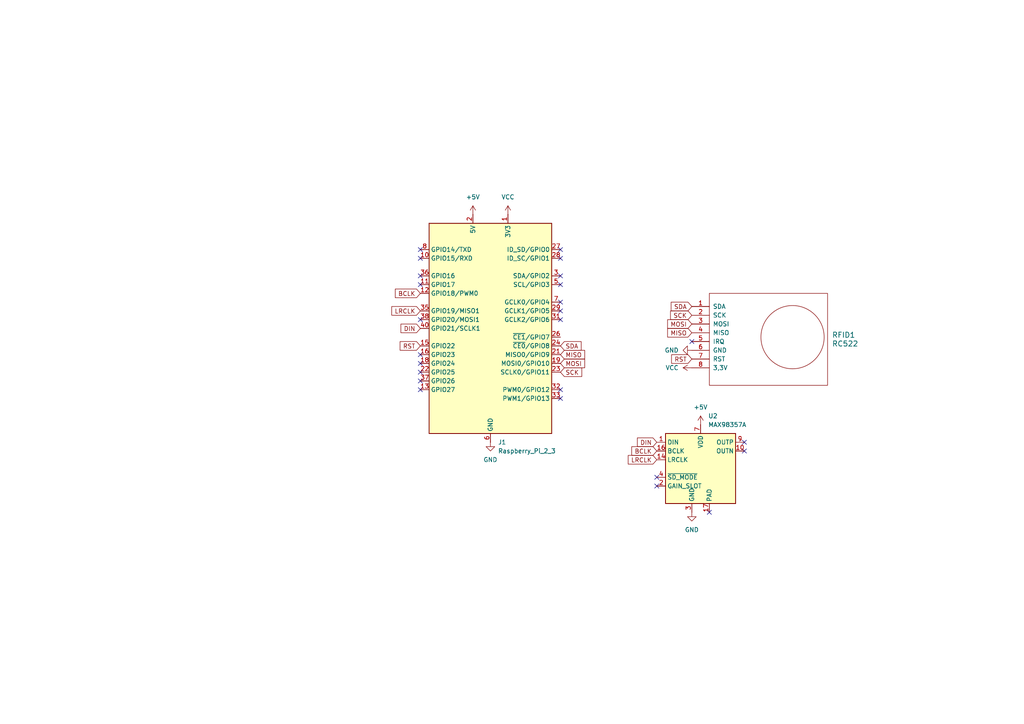
<source format=kicad_sch>
(kicad_sch (version 20231120) (generator "eeschema") (generator_version "8.0")
  (paper "A4")
  (lib_symbols
    (symbol "Audio:MAX98357A"
      (property "Reference" "U" (at -8.89 11.43 0))
      (property "Value" "MAX98357A" (at 10.16 11.43 0))
      (symbol "MAX98357A_1_1"
        (rectangle (start -10.16 10.16) (end 10.16 -10.16) (stroke (width 0.254)) (fill (type background)))
        (pin input line (at -12.7 7.62 0) (length 2.54) (name "DIN") (number "1"))
        (pin output line (at 12.7 5.08 180) (length 2.54) (name "OUTN") (number "10"))
        (pin passive line (at -2.54 -12.7 90) (length 2.54) hide (name "GND") (number "11"))
        (pin no_connect line (at 10.16 -5.08 180) (length 2.54) hide (name "NC") (number "12"))
        (pin no_connect line (at 10.16 -7.62 180) (length 2.54) hide (name "NC") (number "13"))
        (pin input line (at -12.7 2.54 0) (length 2.54) (name "LRCLK") (number "14"))
        (pin passive line (at -2.54 -12.7 90) (length 2.54) hide (name "GND") (number "15"))
        (pin input line (at -12.7 5.08 0) (length 2.54) (name "BCLK") (number "16"))
        (pin unspecified line (at 2.54 -12.7 90) (length 2.54) (name "PAD") (number "17"))
        (pin passive line (at -12.7 -5.08 0) (length 2.54) (name "GAIN_SLOT") (number "2"))
        (pin power_in line (at -2.54 -12.7 90) (length 2.54) (name "GND") (number "3"))
        (pin input line (at -12.7 -2.54 0) (length 2.54) (name "~{SD_MODE}") (number "4"))
        (pin no_connect line (at 10.16 2.54 180) (length 2.54) hide (name "NC") (number "5"))
        (pin no_connect line (at 10.16 0 180) (length 2.54) hide (name "NC") (number "6"))
        (pin power_in line (at 0 12.7 270) (length 2.54) (name "VDD") (number "7"))
        (pin passive line (at 0 12.7 270) (length 2.54) hide (name "VDD") (number "8"))
        (pin output line (at 12.7 7.62 180) (length 2.54) (name "OUTP") (number "9"))
      )
    )
    (symbol "Connector:Raspberry_Pi_2_3"
      (property "Reference" "J" (at -17.78 31.75 0))
      (property "Value" "Raspberry_Pi_2_3" (at 10.16 -31.75 0))
      (symbol "Raspberry_Pi_2_3_0_1"
        (rectangle (start -17.78 30.48) (end 17.78 -30.48) (stroke (width 0.254)) (fill (type background)))
      )
      (symbol "Raspberry_Pi_2_3_1_1"
        (pin power_in line (at 5.08 33.02 270) (length 2.54) (name "3V3") (number "1"))
        (pin bidirectional line (at -20.32 20.32 0) (length 2.54) (name "GPIO15/RXD") (number "10"))
        (pin bidirectional line (at -20.32 12.7 0) (length 2.54) (name "GPIO17") (number "11"))
        (pin bidirectional line (at -20.32 10.16 0) (length 2.54) (name "GPIO18/PWM0") (number "12"))
        (pin bidirectional line (at -20.32 -17.78 0) (length 2.54) (name "GPIO27") (number "13"))
        (pin passive line (at 0 -33.02 90) (length 2.54) hide (name "GND") (number "14"))
        (pin bidirectional line (at -20.32 -5.08 0) (length 2.54) (name "GPIO22") (number "15"))
        (pin bidirectional line (at -20.32 -7.62 0) (length 2.54) (name "GPIO23") (number "16"))
        (pin passive line (at 5.08 33.02 270) (length 2.54) hide (name "3V3") (number "17"))
        (pin bidirectional line (at -20.32 -10.16 0) (length 2.54) (name "GPIO24") (number "18"))
        (pin bidirectional line (at 20.32 -10.16 180) (length 2.54) (name "MOSI0/GPIO10") (number "19"))
        (pin power_in line (at -5.08 33.02 270) (length 2.54) (name "5V") (number "2"))
        (pin passive line (at 0 -33.02 90) (length 2.54) hide (name "GND") (number "20"))
        (pin bidirectional line (at 20.32 -7.62 180) (length 2.54) (name "MISO0/GPIO9") (number "21"))
        (pin bidirectional line (at -20.32 -12.7 0) (length 2.54) (name "GPIO25") (number "22"))
        (pin bidirectional line (at 20.32 -12.7 180) (length 2.54) (name "SCLK0/GPIO11") (number "23"))
        (pin bidirectional line (at 20.32 -5.08 180) (length 2.54) (name "~{CE0}/GPIO8") (number "24"))
        (pin passive line (at 0 -33.02 90) (length 2.54) hide (name "GND") (number "25"))
        (pin bidirectional line (at 20.32 -2.54 180) (length 2.54) (name "~{CE1}/GPIO7") (number "26"))
        (pin bidirectional line (at 20.32 22.86 180) (length 2.54) (name "ID_SD/GPIO0") (number "27"))
        (pin bidirectional line (at 20.32 20.32 180) (length 2.54) (name "ID_SC/GPIO1") (number "28"))
        (pin bidirectional line (at 20.32 5.08 180) (length 2.54) (name "GCLK1/GPIO5") (number "29"))
        (pin bidirectional line (at 20.32 15.24 180) (length 2.54) (name "SDA/GPIO2") (number "3"))
        (pin passive line (at 0 -33.02 90) (length 2.54) hide (name "GND") (number "30"))
        (pin bidirectional line (at 20.32 2.54 180) (length 2.54) (name "GCLK2/GPIO6") (number "31"))
        (pin bidirectional line (at 20.32 -17.78 180) (length 2.54) (name "PWM0/GPIO12") (number "32"))
        (pin bidirectional line (at 20.32 -20.32 180) (length 2.54) (name "PWM1/GPIO13") (number "33"))
        (pin passive line (at 0 -33.02 90) (length 2.54) hide (name "GND") (number "34"))
        (pin bidirectional line (at -20.32 5.08 0) (length 2.54) (name "GPIO19/MISO1") (number "35"))
        (pin bidirectional line (at -20.32 15.24 0) (length 2.54) (name "GPIO16") (number "36"))
        (pin bidirectional line (at -20.32 -15.24 0) (length 2.54) (name "GPIO26") (number "37"))
        (pin bidirectional line (at -20.32 2.54 0) (length 2.54) (name "GPIO20/MOSI1") (number "38"))
        (pin passive line (at 0 -33.02 90) (length 2.54) hide (name "GND") (number "39"))
        (pin passive line (at -5.08 33.02 270) (length 2.54) hide (name "5V") (number "4"))
        (pin bidirectional line (at -20.32 0 0) (length 2.54) (name "GPIO21/SCLK1") (number "40"))
        (pin bidirectional line (at 20.32 12.7 180) (length 2.54) (name "SCL/GPIO3") (number "5"))
        (pin power_in line (at 0 -33.02 90) (length 2.54) (name "GND") (number "6"))
        (pin bidirectional line (at 20.32 7.62 180) (length 2.54) (name "GCLK0/GPIO4") (number "7"))
        (pin bidirectional line (at -20.32 22.86 0) (length 2.54) (name "GPIO14/TXD") (number "8"))
        (pin passive line (at 0 -33.02 90) (length 2.54) hide (name "GND") (number "9"))
      )
    )
    (symbol "power:+5V" (power) (pin_numbers hide) (pin_names (offset 0) hide)
      (property "Value" "+5V" (at 0 3.556 0))
      (symbol "+5V_0_1"
        (polyline (pts (xy -0.762 1.27) (xy 0 2.54)))
        (polyline (pts (xy 0 0) (xy 0 2.54)))
        (polyline (pts (xy 0 2.54) (xy 0.762 1.27)))
      )
      (symbol "+5V_1_1"
        (pin power_in line (at 0 0 90) (length 0) (name "~") (number "1"))
      )
    )
    (symbol "power:GND" (power) (pin_numbers hide) (pin_names (offset 0) hide)
      (property "Value" "GND" (at 0 -3.81 0))
      (symbol "GND_0_1"
        (polyline (pts (xy 0 0) (xy 0 -1.27) (xy 1.27 -1.27) (xy 0 -2.54) (xy -1.27 -1.27) (xy 0 -1.27)))
      )
      (symbol "GND_1_1"
        (pin power_in line (at 0 0 270) (length 0) (name "~") (number "1"))
      )
    )
    (symbol "power:VCC" (power) (pin_numbers hide) (pin_names (offset 0) hide)
      (property "Value" "VCC" (at 0 3.556 0))
      (symbol "VCC_0_1"
        (polyline (pts (xy -0.762 1.27) (xy 0 2.54)))
        (polyline (pts (xy 0 0) (xy 0 2.54)))
        (polyline (pts (xy 0 2.54) (xy 0.762 1.27)))
      )
      (symbol "VCC_1_1"
        (pin power_in line (at 0 0 90) (length 0) (name "~") (number "1"))
      )
    )
    (symbol "rc522:RC522" (pin_names (offset 1.016))
      (property "Reference" "RFID" (at 0 5.08 0))
      (property "Value" "RC522" (at 0 10.16 0))
      (symbol "RC522_0_1"
        (rectangle (start -13.97 30.48) (end 12.7 -3.81))
        (circle (center 0 6.35) (radius 9.1694))
      )
      (symbol "RC522_1_1"
        (pin output line (at 8.89 35.56 270) (length 5.08) (name "SDA") (number "1"))
        (pin output line (at 6.35 35.56 270) (length 5.08) (name "SCK") (number "2"))
        (pin output line (at 3.81 35.56 270) (length 5.08) (name "MOSI") (number "3"))
        (pin output line (at 1.27 35.56 270) (length 5.08) (name "MISO") (number "4"))
        (pin output line (at -1.27 35.56 270) (length 5.08) (name "IRQ") (number "5"))
        (pin power_in line (at -3.81 35.56 270) (length 5.08) (name "GND") (number "6"))
        (pin input line (at -6.35 35.56 270) (length 5.08) (name "RST") (number "7"))
        (pin power_in line (at -8.89 35.56 270) (length 5.08) (name "3,3V") (number "8"))
      )
    )
  )
  (no_connect (at 162.56 87.63))
  (no_connect (at 121.92 80.01))
  (no_connect (at 162.56 113.03))
  (no_connect (at 190.5 138.43))
  (no_connect (at 121.92 110.49))
  (no_connect (at 121.92 102.87))
  (no_connect (at 162.56 115.57))
  (no_connect (at 121.92 92.71))
  (no_connect (at 205.74 148.59))
  (no_connect (at 162.56 92.71))
  (no_connect (at 190.5 140.97))
  (no_connect (at 162.56 90.17))
  (no_connect (at 162.56 74.93))
  (no_connect (at 162.56 72.39))
  (no_connect (at 121.92 82.55))
  (no_connect (at 200.66 99.06))
  (no_connect (at 121.92 74.93))
  (no_connect (at 121.92 105.41))
  (no_connect (at 215.9 130.81))
  (no_connect (at 121.92 113.03))
  (no_connect (at 162.56 82.55))
  (no_connect (at 121.92 72.39))
  (no_connect (at 215.9 128.27))
  (no_connect (at 121.92 107.95))
  (no_connect (at 162.56 80.01))
  (global_label "MOSI" (shape input) (at 200.66 93.98 180) (property "Intersheetrefs" "${INTERSHEET_REFS}" (effects (hide yes))))
  (global_label "DIN" (shape input) (at 121.92 95.25 180) (property "Intersheetrefs" "${INTERSHEET_REFS}" (effects (hide yes))))
  (global_label "MOSI" (shape input) (at 162.56 105.41 0) (property "Intersheetrefs" "${INTERSHEET_REFS}" (effects (hide yes))))
  (global_label "SDA" (shape input) (at 162.56 100.33 0) (property "Intersheetrefs" "${INTERSHEET_REFS}" (effects (hide yes))))
  (global_label "LRCLK" (shape input) (at 121.92 90.17 180) (property "Intersheetrefs" "${INTERSHEET_REFS}" (effects (hide yes))))
  (global_label "BCLK" (shape input) (at 190.5 130.81 180) (property "Intersheetrefs" "${INTERSHEET_REFS}" (effects (hide yes))))
  (global_label "MISO" (shape input) (at 162.56 102.87 0) (property "Intersheetrefs" "${INTERSHEET_REFS}" (effects (hide yes))))
  (global_label "RST" (shape input) (at 121.92 100.33 180) (property "Intersheetrefs" "${INTERSHEET_REFS}" (effects (hide yes))))
  (global_label "SCK" (shape input) (at 162.56 107.95 0) (property "Intersheetrefs" "${INTERSHEET_REFS}" (effects (hide yes))))
  (global_label "DIN" (shape input) (at 190.5 128.27 180) (property "Intersheetrefs" "${INTERSHEET_REFS}" (effects (hide yes))))
  (global_label "SDA" (shape input) (at 200.66 88.9 180) (property "Intersheetrefs" "${INTERSHEET_REFS}" (effects (hide yes))))
  (global_label "LRCLK" (shape input) (at 190.5 133.35 180) (property "Intersheetrefs" "${INTERSHEET_REFS}" (effects (hide yes))))
  (global_label "MISO" (shape input) (at 200.66 96.52 180) (property "Intersheetrefs" "${INTERSHEET_REFS}" (effects (hide yes))))
  (global_label "SCK" (shape input) (at 200.66 91.44 180) (property "Intersheetrefs" "${INTERSHEET_REFS}" (effects (hide yes))))
  (global_label "RST" (shape input) (at 200.66 104.14 180) (property "Intersheetrefs" "${INTERSHEET_REFS}" (effects (hide yes))))
  (global_label "BCLK" (shape input) (at 121.92 85.09 180) (property "Intersheetrefs" "${INTERSHEET_REFS}" (effects (hide yes))))
  (symbol (lib_id "Connector:Raspberry_Pi_2_3") (at 142.24 95.25 0) (unit 1)
    (property "Reference" "J1" (at 144.4341 128.27 0) (effects (justify left)))
    (property "Value" "Raspberry_Pi_2_3" (at 144.4341 130.81 0) (effects (justify left)))
    (property "Datasheet" "https://www.raspberrypi.org/documentation/hardware/raspberrypi/schematics/rpi_SCH_3bplus_1p0_reduced.pdf" (effects (hide yes)))
    (property "Description" "expansion header for Raspberry Pi 2 & 3" (effects (hide yes)))
  )
  (symbol (lib_id "power:+5V") (at 137.16 62.23 0) (unit 1)
    (property "Reference" "#PWR07" (effects (hide yes)))
    (property "Value" "+5V" (at 137.16 57.15 0))
    (property "Description" "Power symbol creates a global label with name \"+5V\"" (effects (hide yes)))
  )
  (symbol (lib_id "power:VCC") (at 147.32 62.23 0) (unit 1)
    (property "Reference" "#PWR01" (effects (hide yes)))
    (property "Value" "VCC" (at 147.32 57.15 0))
    (property "Description" "Power symbol creates a global label with name \"VCC\"" (effects (hide yes)))
  )
  (symbol (lib_id "power:GND") (at 200.66 101.6 270) (unit 1)
    (property "Reference" "#PWR05" (effects (hide yes)))
    (property "Value" "GND" (at 196.85 101.5999 90) (effects (justify right)))
    (property "Description" "Power symbol creates a global label with name \"GND\" , ground" (effects (hide yes)))
  )
  (symbol (lib_id "power:VCC") (at 200.66 106.68 90) (unit 1)
    (property "Reference" "#PWR03" (effects (hide yes)))
    (property "Value" "VCC" (at 196.85 106.6799 90) (effects (justify left)))
    (property "Description" "Power symbol creates a global label with name \"VCC\"" (effects (hide yes)))
  )
  (symbol (lib_id "power:GND") (at 200.66 148.59 0) (unit 1)
    (property "Reference" "#PWR02" (effects (hide yes)))
    (property "Value" "GND" (at 200.66 153.67 0))
    (property "Description" "Power symbol creates a global label with name \"GND\" , ground" (effects (hide yes)))
  )
  (symbol (lib_id "Audio:MAX98357A") (at 203.2 135.89 0) (unit 1)
    (property "Reference" "U2" (at 205.3941 120.65 0) (effects (justify left)))
    (property "Value" "MAX98357A" (at 205.3941 123.19 0) (effects (justify left)))
    (property "Footprint" "Package_DFN_QFN:TQFN-16-1EP_3x3mm_P0.5mm_EP1.23x1.23mm" (effects (hide yes)))
    (property "Datasheet" "https://www.analog.com/media/en/technical-documentation/data-sheets/MAX98357A-MAX98357B.pdf" (effects (hide yes)))
    (property "Description" "Mono DAC with amplifier, I2S, PCM, TDM, 32-bit, 96khz, 3.2W, TQFP-16" (effects (hide yes)))
  )
  (symbol (lib_id "power:GND") (at 142.24 128.27 0) (unit 1)
    (property "Reference" "#PWR04" (effects (hide yes)))
    (property "Value" "GND" (at 142.24 133.35 0))
    (property "Description" "Power symbol creates a global label with name \"GND\" , ground" (effects (hide yes)))
  )
  (symbol (lib_id "rc522:RC522") (at 236.22 97.79 90) (unit 1)
    (property "Reference" "RFID1" (at 241.3 97.1549 90) (effects (font (size 1.524 1.524)) (justify right)))
    (property "Value" "RC522" (at 241.3 99.6949 90) (effects (font (size 1.524 1.524)) (justify right)))
  )
  (symbol (lib_id "power:+5V") (at 203.2 123.19 0) (unit 1)
    (property "Reference" "#PWR06" (effects (hide yes)))
    (property "Value" "+5V" (at 203.2 118.11 0))
    (property "Description" "Power symbol creates a global label with name \"+5V\"" (effects (hide yes)))
  )
)
</source>
